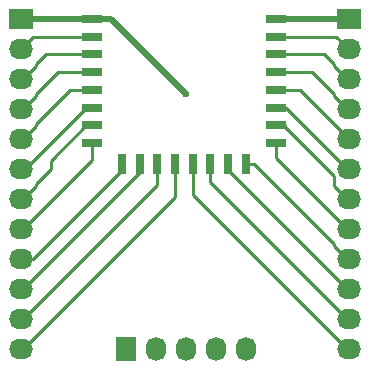
<source format=gtl>
G04 #@! TF.FileFunction,Copper,L1,Top,Signal*
%FSLAX46Y46*%
G04 Gerber Fmt 4.6, Leading zero omitted, Abs format (unit mm)*
G04 Created by KiCad (PCBNEW 4.0.5) date 02/14/17 20:50:27*
%MOMM*%
%LPD*%
G01*
G04 APERTURE LIST*
%ADD10C,0.100000*%
%ADD11R,2.032000X1.727200*%
%ADD12O,2.032000X1.727200*%
%ADD13R,1.800000X0.800000*%
%ADD14R,0.800000X1.800000*%
%ADD15R,1.727200X2.032000*%
%ADD16O,1.727200X2.032000*%
%ADD17C,0.600000*%
%ADD18C,0.508000*%
%ADD19C,0.250000*%
%ADD20C,0.254000*%
G04 APERTURE END LIST*
D10*
D11*
X142240000Y-104140000D03*
D12*
X142240000Y-106680000D03*
X142240000Y-109220000D03*
X142240000Y-111760000D03*
X142240000Y-114300000D03*
X142240000Y-116840000D03*
X142240000Y-119380000D03*
X142240000Y-121920000D03*
X142240000Y-124460000D03*
X142240000Y-127000000D03*
X142240000Y-129540000D03*
X142240000Y-132080000D03*
D13*
X148290000Y-104120000D03*
X148290000Y-105620000D03*
X148290000Y-107120000D03*
X148290000Y-108620000D03*
X148290000Y-110120000D03*
X148290000Y-111620000D03*
X148290000Y-113120000D03*
X148290000Y-114620000D03*
D14*
X150790000Y-116420000D03*
X152290000Y-116420000D03*
X153790000Y-116420000D03*
X155290000Y-116420000D03*
X156790000Y-116420000D03*
X158290000Y-116420000D03*
X159790000Y-116420000D03*
X161290000Y-116420000D03*
D13*
X163830000Y-114620000D03*
X163830000Y-113120000D03*
X163830000Y-111620000D03*
X163830000Y-110120000D03*
X163830000Y-108620000D03*
X163830000Y-107120000D03*
X163830000Y-105620000D03*
X163830000Y-104120000D03*
D15*
X151130000Y-132080000D03*
D16*
X153670000Y-132080000D03*
X156210000Y-132080000D03*
X158750000Y-132080000D03*
X161290000Y-132080000D03*
D11*
X170027600Y-104140000D03*
D12*
X170027600Y-106680000D03*
X170027600Y-109220000D03*
X170027600Y-111760000D03*
X170027600Y-114300000D03*
X170027600Y-116840000D03*
X170027600Y-119380000D03*
X170027600Y-121920000D03*
X170027600Y-124460000D03*
X170027600Y-127000000D03*
X170027600Y-129540000D03*
X170027600Y-132080000D03*
D17*
X156210000Y-110490000D03*
D18*
X163830000Y-104120000D02*
X170007600Y-104120000D01*
X170007600Y-104120000D02*
X170027600Y-104140000D01*
D19*
X163830000Y-104120000D02*
X163330000Y-104120000D01*
X170160000Y-104120000D02*
X170180000Y-104140000D01*
D20*
X163830000Y-105620000D02*
X168967600Y-105620000D01*
X168967600Y-105620000D02*
X170027600Y-106680000D01*
D19*
X163830000Y-105620000D02*
X163330000Y-105620000D01*
D18*
X142240000Y-104140000D02*
X143510000Y-104140000D01*
X143510000Y-104140000D02*
X143530000Y-104120000D01*
X148290000Y-104120000D02*
X143530000Y-104120000D01*
X156210000Y-110490000D02*
X149840000Y-104120000D01*
X149840000Y-104120000D02*
X148290000Y-104120000D01*
D19*
X148290000Y-104120000D02*
X148790000Y-104120000D01*
D20*
X163830000Y-110120000D02*
X165847600Y-110120000D01*
X165847600Y-110120000D02*
X170027600Y-114300000D01*
D19*
X170027600Y-114300000D02*
X170180000Y-114300000D01*
D20*
X163830000Y-111620000D02*
X164655200Y-111620000D01*
X169875200Y-116840000D02*
X170027600Y-116840000D01*
X164655200Y-111620000D02*
X169875200Y-116840000D01*
D19*
X170027600Y-116840000D02*
X170180000Y-116840000D01*
D20*
X148290000Y-105620000D02*
X143300000Y-105620000D01*
X143300000Y-105620000D02*
X142240000Y-106680000D01*
X148290000Y-107120000D02*
X144340000Y-107120000D01*
X144340000Y-107120000D02*
X143510000Y-107950000D01*
X142392400Y-109220000D02*
X142240000Y-109220000D01*
X143510000Y-107950000D02*
X143510000Y-108102400D01*
X143510000Y-108102400D02*
X142392400Y-109220000D01*
X148290000Y-108620000D02*
X145380000Y-108620000D01*
X145380000Y-108620000D02*
X143510000Y-110490000D01*
X143510000Y-110490000D02*
X143510000Y-110642400D01*
X143510000Y-110642400D02*
X142392400Y-111760000D01*
X142392400Y-111760000D02*
X142240000Y-111760000D01*
X148290000Y-110120000D02*
X146420000Y-110120000D01*
X146420000Y-110120000D02*
X143510000Y-113030000D01*
X143510000Y-113182400D02*
X142392400Y-114300000D01*
X143510000Y-113030000D02*
X143510000Y-113182400D01*
X142392400Y-114300000D02*
X142240000Y-114300000D01*
X148290000Y-110120000D02*
X147790000Y-110120000D01*
X148290000Y-111620000D02*
X147790000Y-111620000D01*
X147790000Y-111620000D02*
X142570000Y-116840000D01*
X142570000Y-116840000D02*
X142240000Y-116840000D01*
X148290000Y-111620000D02*
X147901398Y-111620000D01*
X144780000Y-116840000D02*
X144780000Y-116130000D01*
X147790000Y-113120000D02*
X148290000Y-113120000D01*
X144780000Y-116130000D02*
X147790000Y-113120000D01*
X143510000Y-118110000D02*
X144780000Y-116840000D01*
X143510000Y-118262400D02*
X143510000Y-118110000D01*
X148290000Y-113120000D02*
X147796176Y-113120000D01*
X143510000Y-118262400D02*
X142392400Y-119380000D01*
X142392400Y-119380000D02*
X142240000Y-119380000D01*
X148290000Y-114620000D02*
X148290000Y-116022400D01*
X148290000Y-116022400D02*
X142392400Y-121920000D01*
X142392400Y-121920000D02*
X142240000Y-121920000D01*
X150790000Y-116420000D02*
X150790000Y-116920000D01*
X150790000Y-116920000D02*
X143250000Y-124460000D01*
X143250000Y-124460000D02*
X142240000Y-124460000D01*
X152290000Y-116420000D02*
X152290000Y-117102400D01*
X152290000Y-117102400D02*
X142392400Y-127000000D01*
X142392400Y-127000000D02*
X142240000Y-127000000D01*
X153790000Y-116420000D02*
X153790000Y-118142400D01*
X153790000Y-118142400D02*
X142392400Y-129540000D01*
X142392400Y-129540000D02*
X142240000Y-129540000D01*
X155290000Y-116420000D02*
X155290000Y-119182400D01*
X155290000Y-119182400D02*
X142392400Y-132080000D01*
X142392400Y-132080000D02*
X142240000Y-132080000D01*
X163830000Y-107120000D02*
X167927600Y-107120000D01*
X167927600Y-107120000D02*
X168757600Y-107950000D01*
X168757600Y-107950000D02*
X168757600Y-108102400D01*
X168757600Y-108102400D02*
X169875200Y-109220000D01*
X169875200Y-109220000D02*
X170027600Y-109220000D01*
D19*
X170027600Y-109220000D02*
X170180000Y-109220000D01*
D20*
X163830000Y-108620000D02*
X166887600Y-108620000D01*
X166887600Y-108620000D02*
X168757600Y-110490000D01*
X168757600Y-110490000D02*
X168757600Y-110642400D01*
X168757600Y-110642400D02*
X169875200Y-111760000D01*
X169875200Y-111760000D02*
X170027600Y-111760000D01*
D19*
X170027600Y-111760000D02*
X170180000Y-111760000D01*
D20*
X163830000Y-113120000D02*
X164471424Y-113120000D01*
X164471424Y-113120000D02*
X168757600Y-117406176D01*
X168757600Y-117406176D02*
X168757600Y-118262400D01*
X168757600Y-118262400D02*
X169875200Y-119380000D01*
X169875200Y-119380000D02*
X170027600Y-119380000D01*
D19*
X163830000Y-113120000D02*
X164626652Y-113120000D01*
X170027600Y-119380000D02*
X170180000Y-119380000D01*
D20*
X163830000Y-114620000D02*
X163830000Y-115874800D01*
X163830000Y-115874800D02*
X169875200Y-121920000D01*
X169875200Y-121920000D02*
X170027600Y-121920000D01*
D19*
X170027600Y-121920000D02*
X170180000Y-121920000D01*
D20*
X161290000Y-116420000D02*
X161987600Y-116420000D01*
X161987600Y-116420000D02*
X168757600Y-123190000D01*
X168757600Y-123190000D02*
X168757600Y-123342400D01*
X168757600Y-123342400D02*
X169875200Y-124460000D01*
X169875200Y-124460000D02*
X170027600Y-124460000D01*
D19*
X170027600Y-124460000D02*
X170180000Y-124460000D01*
D20*
X159790000Y-116420000D02*
X159790000Y-116920000D01*
X159790000Y-116920000D02*
X169870000Y-127000000D01*
X169870000Y-127000000D02*
X170027600Y-127000000D01*
D19*
X169870000Y-127000000D02*
X169984998Y-127000000D01*
X169984998Y-127000000D02*
X170180000Y-127000000D01*
D20*
X158290000Y-116420000D02*
X158290000Y-117954800D01*
X158290000Y-117954800D02*
X169875200Y-129540000D01*
X169875200Y-129540000D02*
X170027600Y-129540000D01*
D19*
X170027600Y-129540000D02*
X170180000Y-129540000D01*
D20*
X156790000Y-116420000D02*
X156790000Y-118994800D01*
X156790000Y-118994800D02*
X169875200Y-132080000D01*
X169875200Y-132080000D02*
X170027600Y-132080000D01*
D19*
X170027600Y-132080000D02*
X170180000Y-132080000D01*
M02*

</source>
